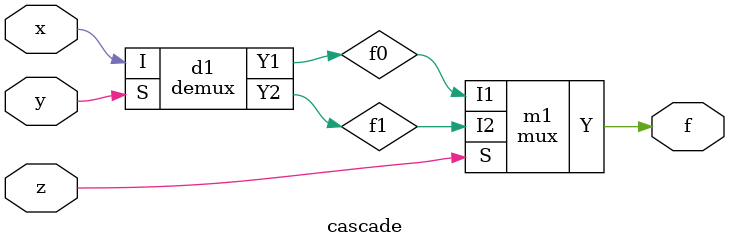
<source format=v>
module mux(I1,I2,S,Y);
  input I1,I2,S;
  output Y;
  assign Y=S?I2:I1;
endmodule

module demux(I,S,Y1,Y2);
  input I,S;
  output Y1,Y2;
  assign Y1=~S&I;
  assign Y2=S&I;
endmodule

module cascade(x,y,z,f);
  input x,y,z;
  output f;
  wire f0,f1;
  
  demux d1(x,y,f0,f1);
  mux m1(f0,f1,z,f);
endmodule
</source>
